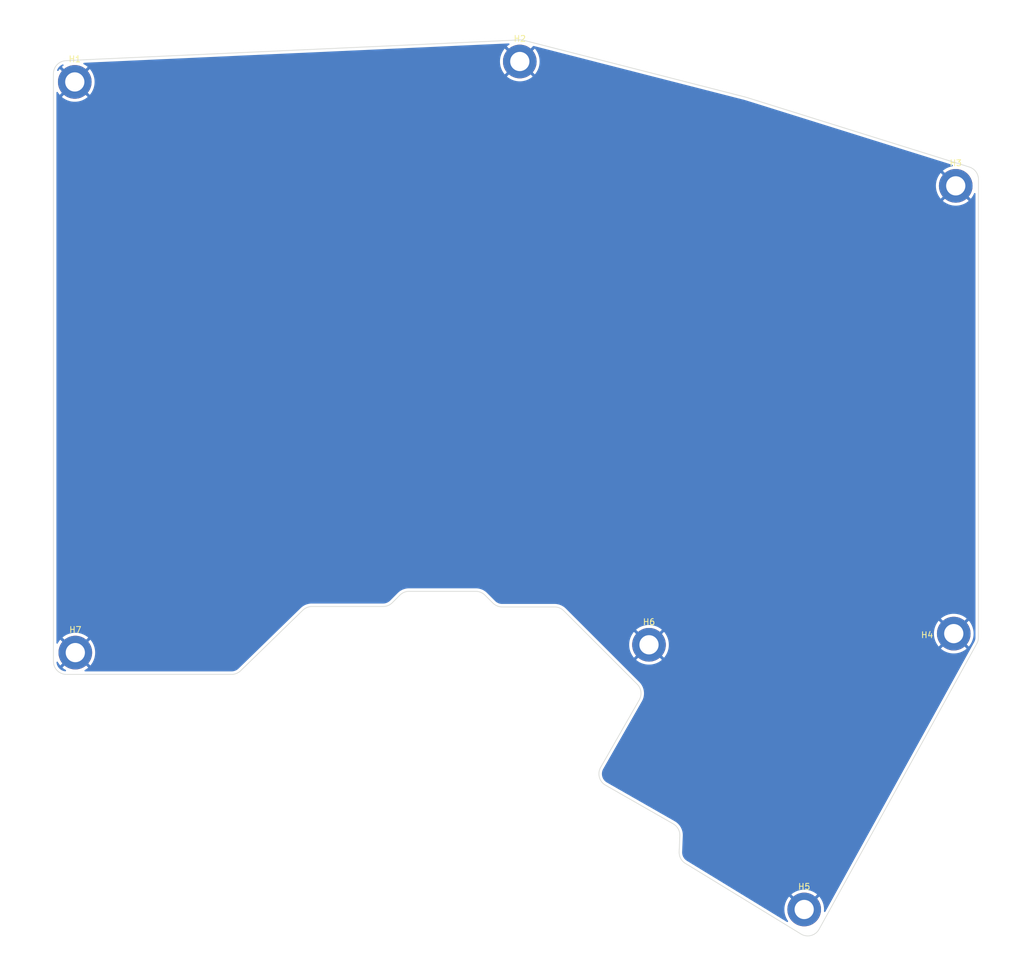
<source format=kicad_pcb>
(kicad_pcb (version 20240108) (generator "pcbnew") (generator_version "8.0")
  (layers (0 "F.Cu" signal) (31 "B.Cu" signal) (34 "B.Paste" user) (35 "F.Paste" user) (36 "B.SilkS" user "B.Silkscreen") (37 "F.SilkS" user "F.Silkscreen") (38 "B.Mask" user) (39 "F.Mask" user) (44 "Edge.Cuts" user))
  (net 0 "")
  (net 1 "GND")
  (footprint "MountingHole:MountingHole_3.2mm_M3_DIN965_Pad" (layer "F.Cu") (at 185.49 49.23)
    (property "Reference" "H3" (at 0 -3.8 0) (layer "F.SilkS"))
    (property "Value" "MountingHole_Pad")
    (pad "1" thru_hole circle (at 0 0) (size 5.6 5.6) (drill 3.2) (layers "*.Cu" "*.Mask") (net 1 "GND"))
  )
  (footprint "MountingHole:MountingHole_3.2mm_M3_DIN965_Pad" (layer "F.Cu") (at 38.82 31.93)
    (property "Reference" "H1" (at 0 -3.8 0) (layer "F.SilkS"))
    (property "Value" "MountingHole_Pad")
    (pad "1" thru_hole circle (at 0 0) (size 5.6 5.6) (drill 3.2) (layers "*.Cu" "*.Mask") (net 1 "GND"))
  )
  (footprint "MountingHole:MountingHole_3.2mm_M3_DIN965_Pad" (layer "F.Cu") (at 134.42 125.64)
    (property "Reference" "H6" (at 0 -3.8 0) (layer "F.SilkS"))
    (property "Value" "MountingHole_Pad")
    (pad "1" thru_hole circle (at 0 0) (size 5.6 5.6) (drill 3.2) (layers "*.Cu" "*.Mask") (net 1 "GND"))
  )
  (footprint "MountingHole:MountingHole_3.2mm_M3_DIN965_Pad" (layer "F.Cu") (at 38.91 126.94)
    (property "Reference" "H7" (at 0 -3.8 0) (layer "F.SilkS"))
    (property "Value" "MountingHole_Pad")
    (pad "1" thru_hole circle (at 0 0) (size 5.6 5.6) (drill 3.2) (layers "*.Cu" "*.Mask") (net 1 "GND"))
  )
  (footprint "MountingHole:MountingHole_3.2mm_M3_DIN965_Pad" (layer "F.Cu") (at 112.91 28.53)
    (property "Reference" "H2" (at 0 -3.8 0) (layer "F.SilkS"))
    (property "Value" "MountingHole_Pad")
    (pad "1" thru_hole circle (at 0 0) (size 5.6 5.6) (drill 3.2) (layers "*.Cu" "*.Mask") (net 1 "GND"))
  )
  (footprint "MountingHole:MountingHole_3.2mm_M3_DIN965_Pad" (layer "F.Cu") (at 185.16 123.78)
    (property "Reference" "H4" (at -4.43 0.23 0) (layer "F.SilkS"))
    (property "Value" "MountingHole_Pad")
    (pad "1" thru_hole circle (at 0 0) (size 5.6 5.6) (drill 3.2) (layers "*.Cu" "*.Mask") (net 1 "GND"))
  )
  (footprint "MountingHole:MountingHole_3.2mm_M3_DIN965_Pad" (layer "F.Cu") (at 160.26 169.71)
    (property "Reference" "H5" (at 0 -3.8 0) (layer "F.SilkS"))
    (property "Value" "MountingHole_Pad")
    (pad "1" thru_hole circle (at 0 0) (size 5.6 5.6) (drill 3.2) (layers "*.Cu" "*.Mask") (net 1 "GND"))
  )
  (gr_poly (pts (xy 113.067201 24.930945) (xy 113.147312 24.934824) (xy 113.227122 24.941634) (xy 113.306586 24.951374) (xy 113.385664 24.964045) (xy 113.46431 24.979646) (xy 113.542483 24.998178) (xy 150.565979 34.475632) (xy 150.564134 34.475632) (xy 187.753124 46.09719) (xy 187.837252 46.125352) (xy 187.919617 46.156686) (xy 188.000162 46.191111) (xy 188.078825 46.228546) (xy 188.155547 46.268909) (xy 188.23027 46.312118) (xy 188.302932 46.358092) (xy 188.373475 46.406749) (xy 188.441838 46.458009) (xy 188.507964 46.511789) (xy 188.57179 46.568009) (xy 188.633259 46.626586) (xy 188.692311 46.687439) (xy 188.748885 46.750487) (xy 188.802923 46.815648) (xy 188.854364 46.88284) (xy 188.90315 46.951983) (xy 188.94922 47.022994) (xy 188.992515 47.095793) (xy 189.032975 47.170298) (xy 189.070541 47.246426) (xy 189.105153 47.324098) (xy 189.136751 47.403231) (xy 189.165277 47.483744) (xy 189.190669 47.565555) (xy 189.21287 47.648583) (xy 189.231818 47.732746) (xy 189.247455 47.817963) (xy 189.259721 47.904153) (xy 189.268556 47.991233) (xy 189.2739 48.079123) (xy 189.275695 48.167741) (xy 189.275695 124.386396) (xy 189.274599 124.45526) (xy 189.271321 124.523903) (xy 189.265877 124.592276) (xy 189.258284 124.660331) (xy 189.248558 124.72802) (xy 189.236714 124.795294) (xy 189.222769 124.862105) (xy 189.20674 124.928404) (xy 189.188642 124.994142) (xy 189.168491 125.059272) (xy 189.146304 125.123744) (xy 189.122096 125.187511) (xy 189.095885 125.250523) (xy 189.067686 125.312732) (xy 189.037515 125.37409) (xy 189.005388 125.434549) (xy 162.744715 172.989152) (xy 162.686432 173.088414) (xy 162.623772 173.183431) (xy 162.556938 173.274148) (xy 162.486134 173.360512) (xy 162.411561 173.442467) (xy 162.333422 173.519959) (xy 162.25192 173.592936) (xy 162.167258 173.661341) (xy 162.079639 173.725121) (xy 161.989264 173.784223) (xy 161.896337 173.83859) (xy 161.801061 173.88817) (xy 161.703638 173.932909) (xy 161.604271 173.972751) (xy 161.503162 174.007643) (xy 161.400515 174.037531) (xy 161.296531 174.062359) (xy 161.191415 174.082076) (xy 161.085367 174.096624) (xy 160.978592 174.105952) (xy 160.871292 174.110004) (xy 160.763669 174.108726) (xy 160.655926 174.102065) (xy 160.548266 174.089965) (xy 160.440891 174.072373) (xy 160.334005 174.049234) (xy 160.22781 174.020495) (xy 160.122508 173.986101) (xy 160.018303 173.945997) (xy 159.915397 173.90013) (xy 159.813992 173.848446) (xy 159.714292 173.790889) (xy 140.476199 162.036942) (xy 140.413921 161.997531) (xy 140.353298 161.956224) (xy 140.294357 161.913072) (xy 140.237124 161.868128) (xy 140.181627 161.821446) (xy 140.127893 161.773078) (xy 140.07595 161.723076) (xy 140.025825 161.671495) (xy 139.977544 161.618386) (xy 139.931136 161.563803) (xy 139.886628 161.507799) (xy 139.844047 161.450425) (xy 139.80342 161.391737) (xy 139.764774 161.331785) (xy 139.728137 161.270622) (xy 139.693536 161.208303) (xy 139.660999 161.14488) (xy 139.630552 161.080404) (xy 139.602222 161.014931) (xy 139.576038 160.948511) (xy 139.552026 160.881199) (xy 139.530214 160.813047) (xy 139.510629 160.744107) (xy 139.493298 160.674433) (xy 139.478249 160.604078) (xy 139.465508 160.533094) (xy 139.455103 160.461535) (xy 139.447062 160.389452) (xy 139.441411 160.3169) (xy 139.438178 160.243931) (xy 139.437391 160.170597) (xy 139.439075 160.096952) (xy 139.547574 157.42509) (xy 139.548499 157.273718) (xy 139.539029 157.124) (xy 139.519416 156.976383) (xy 139.489909 156.831314) (xy 139.450759 156.689241) (xy 139.402216 156.550609) (xy 139.344531 156.415868) (xy 139.277954 156.285463) (xy 139.202736 156.159842) (xy 139.119128 156.039452) (xy 139.027379 155.92474) (xy 138.92774 155.816153) (xy 138.820461 155.714139) (xy 138.705794 155.619145) (xy 138.583988 155.531617) (xy 138.455294 155.452003) (xy 127.175765 149.014175) (xy 127.080188 148.956375) (xy 126.988637 148.894461) (xy 126.901164 148.828623) (xy 126.817821 148.759046) (xy 126.738658 148.685917) (xy 126.663727 148.609424) (xy 126.593079 148.529753) (xy 126.526765 148.44709) (xy 126.464836 148.361624) (xy 126.407343 148.273541) (xy 126.354339 148.183027) (xy 126.305873 148.090269) (xy 126.261997 147.995455) (xy 126.222762 147.898771) (xy 126.188219 147.800405) (xy 126.15842 147.700542) (xy 126.133416 147.599371) (xy 126.113257 147.497077) (xy 126.097996 147.393848) (xy 126.087682 147.28987) (xy 126.082369 147.185331) (xy 126.082105 147.080417) (xy 126.086944 146.975315) (xy 126.096935 146.870213) (xy 126.112131 146.765296) (xy 126.132581 146.660752) (xy 126.158339 146.556768) (xy 126.189454 146.45353) (xy 126.225977 146.351226) (xy 126.267961 146.250042) (xy 126.315456 146.150165) (xy 126.368513 146.051783) (xy 132.800826 134.807186) (xy 132.88452 134.645455) (xy 132.953627 134.47943) (xy 133.008259 134.30999) (xy 133.048526 134.138013) (xy 133.074537 133.964377) (xy 133.086405 133.789959) (xy 133.084238 133.615639) (xy 133.068148 133.442293) (xy 133.038245 133.270801) (xy 132.99464 133.10204) (xy 132.937442 132.936888) (xy 132.866763 132.776224) (xy 132.782713 132.620926) (xy 132.685401 132.471871) (xy 132.57494 132.329938) (xy 132.451439 132.196005) (xy 120.232245 119.976822) (xy 120.154375 119.902706) (xy 120.073279 119.832805) (xy 119.989133 119.767198) (xy 119.902115 119.705963) (xy 119.812404 119.649177) (xy 119.720177 119.59692) (xy 119.625612 119.549268) (xy 119.528887 119.506301) (xy 119.430179 119.468097) (xy 119.329666 119.434733) (xy 119.227527 119.406287) (xy 119.123938 119.382838) (xy 119.019077 119.364464) (xy 118.913123 119.351243) (xy 118.806253 119.343253) (xy 118.698645 119.340573) (xy 109.97512 119.340573) (xy 109.867512 119.337912) (xy 109.760642 119.329978) (xy 109.654687 119.316839) (xy 109.549827 119.298567) (xy 109.446238 119.27523) (xy 109.344098 119.2469) (xy 109.243585 119.213646) (xy 109.144877 119.175537) (xy 109.048151 119.132645) (xy 108.953586 119.085039) (xy 108.861358 119.032789) (xy 108.771647 118.975966) (xy 108.684629 118.914639) (xy 108.600482 118.848877) (xy 108.519385 118.778753) (xy 108.441514 118.704334) (xy 107.113866 117.37668) (xy 107.035995 117.302564) (xy 106.954897 117.232663) (xy 106.870751 117.167056) (xy 106.783733 117.105821) (xy 106.694021 117.049036) (xy 106.601794 116.996778) (xy 106.507229 116.949127) (xy 106.410503 116.90616) (xy 106.311795 116.867955) (xy 106.211282 116.834591) (xy 106.109142 116.806145) (xy 106.005553 116.782697) (xy 105.900692 116.764323) (xy 105.794738 116.751102) (xy 105.687868 116.743112) (xy 105.58026 116.740431) (xy 94.477259 116.740431) (xy 94.369651 116.743091) (xy 94.262781 116.751026) (xy 94.156826 116.764165) (xy 94.051966 116.782437) (xy 93.948376 116.805774) (xy 93.846236 116.834104) (xy 93.745723 116.867359) (xy 93.647014 116.905468) (xy 93.550288 116.948361) (xy 93.455723 116.995967) (xy 93.363496 117.048218) (xy 93.273784 117.105043) (xy 93.186766 117.166371) (xy 93.10262 117.232134) (xy 93.021523 117.30226) (xy 92.943654 117.37668) (xy 91.68588 118.634448) (xy 91.60801 118.708564) (xy 91.526912 118.778465) (xy 91.442766 118.844072) (xy 91.355748 118.905307) (xy 91.266036 118.962093) (xy 91.173809 119.01435) (xy 91.079243 119.062002) (xy 90.982518 119.104969) (xy 90.88381 119.143173) (xy 90.783297 119.176537) (xy 90.681157 119.204983) (xy 90.577568 119.228432) (xy 90.472707 119.246806) (xy 90.366753 119.260027) (xy 90.259883 119.268017) (xy 90.152275 119.270697) (xy 78.299023 119.270697) (xy 78.19344 119.273272) (xy 78.088507 119.280948) (xy 77.984397 119.293655) (xy 77.881287 119.311325) (xy 77.779351 119.333886) (xy 77.678765 119.361269) (xy 77.579704 119.393404) (xy 77.482342 119.43022) (xy 77.386855 119.471647) (xy 77.293418 119.517616) (xy 77.202206 119.568056) (xy 77.113393 119.622898) (xy 77.027156 119.682071) (xy 76.943669 119.745505) (xy 76.863107 119.813131) (xy 76.785646 119.884878) (xy 66.436577 129.95628) (xy 66.359115 130.028029) (xy 66.278554 130.095656) (xy 66.195067 130.159091) (xy 66.10883 130.218266) (xy 66.020017 130.273108) (xy 65.928805 130.32355) (xy 65.835368 130.369519) (xy 65.739881 130.410947) (xy 65.642519 130.447764) (xy 65.543457 130.479899) (xy 65.442871 130.507282) (xy 65.340936 130.529843) (xy 65.237826 130.547513) (xy 65.133716 130.560221) (xy 65.028783 130.567897) (xy 64.9232 130.570471) (xy 37.434153 130.570471) (xy 37.322443 130.567649) (xy 37.212206 130.559274) (xy 37.103577 130.545482) (xy 36.996692 130.52641) (xy 36.891687 130.502192) (xy 36.788699 130.472966) (xy 36.687862 130.438866) (xy 36.589314 130.40003) (xy 36.49319 130.356594) (xy 36.399626 130.308692) (xy 36.308759 130.256462) (xy 36.220724 130.200039) (xy 36.135658 130.139559) (xy 36.053696 130.075159) (xy 35.974974 130.006975) (xy 35.899629 129.935142) (xy 35.827796 129.859796) (xy 35.759612 129.781074) (xy 35.695212 129.699112) (xy 35.634733 129.614045) (xy 35.578311 129.52601) (xy 35.526081 129.435143) (xy 35.47818 129.341579) (xy 35.434744 129.245456) (xy 35.395908 129.146907) (xy 35.361809 129.046071) (xy 35.332583 128.943083) (xy 35.308365 128.838079) (xy 35.289293 128.731194) (xy 35.275501 128.622566) (xy 35.267127 128.51233) (xy 35.264305 128.400621) (xy 35.264305 30.562551) (xy 35.266941 30.454735) (xy 35.274768 30.348242) (xy 35.287666 30.243198) (xy 35.305514 30.139729) (xy 35.328192 30.037963) (xy 35.355578 29.938026) (xy 35.387554 29.840045) (xy 35.423998 29.744146) (xy 35.464789 29.650455) (xy 35.509807 29.5591) (xy 35.558932 29.470207) (xy 35.612042 29.383903) (xy 35.669018 29.300313) (xy 35.729739 29.219566) (xy 35.794084 29.141787) (xy 35.861932 29.067103) (xy 35.933164 28.99564) (xy 36.007659 28.927526) (xy 36.085295 28.862886) (xy 36.165954 28.801848) (xy 36.249513 28.744538) (xy 36.335853 28.691082) (xy 36.424853 28.641607) (xy 36.516392 28.596241) (xy 36.61035 28.555109) (xy 36.706606 28.518337) (xy 36.805041 28.486054) (xy 36.905532 28.458384) (xy 37.007961 28.435456) (xy 37.112205 28.417394) (xy 37.218145 28.404327) (xy 37.32566 28.39638) (xy 41.919117 28.166523) (xy 112.906244 24.93198) (xy 112.986831 24.929997)) (stroke (width 0.1)) (fill none) (layer "Edge.Cuts"))
  (zone (net 1) (net_name "GND") (layer "B.Cu") (priority 1) (connect_pads (clearance 0.5)) (min_thickness 0.25) (fill yes (thermal_gap 0.5) (thermal_bridge_width 0.5))
    (polygon (pts (xy 27.69 24.43) (xy 117.76 18.29) (xy 196.87 37.14) (xy 195.78 178.28) (xy 27.47 169.51) (xy 26.37 101.57)))
  )
)
</source>
